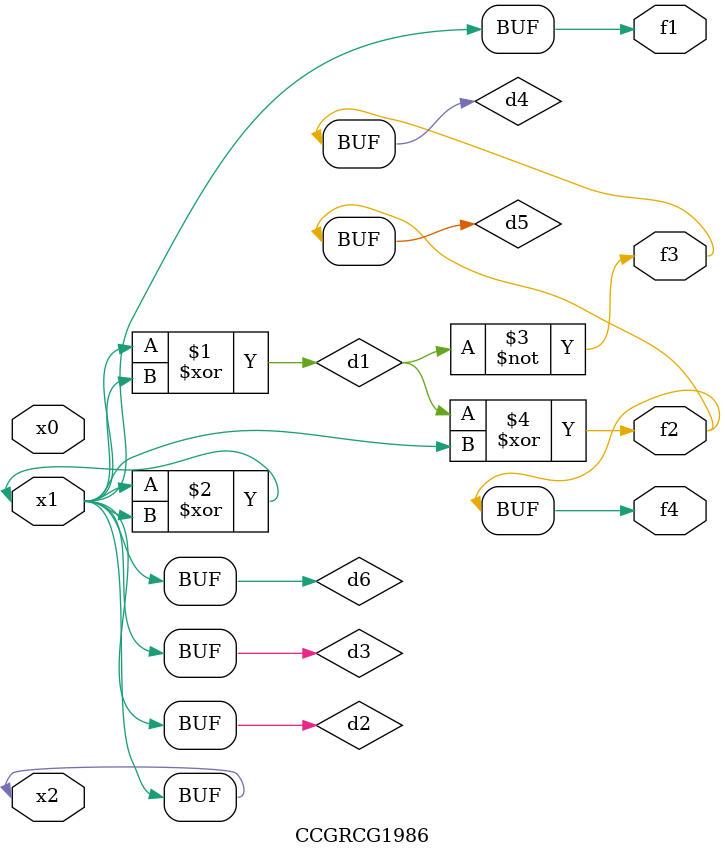
<source format=v>
module CCGRCG1986(
	input x0, x1, x2,
	output f1, f2, f3, f4
);

	wire d1, d2, d3, d4, d5, d6;

	xor (d1, x1, x2);
	buf (d2, x1, x2);
	xor (d3, x1, x2);
	nor (d4, d1);
	xor (d5, d1, d2);
	buf (d6, d2, d3);
	assign f1 = d6;
	assign f2 = d5;
	assign f3 = d4;
	assign f4 = d5;
endmodule

</source>
